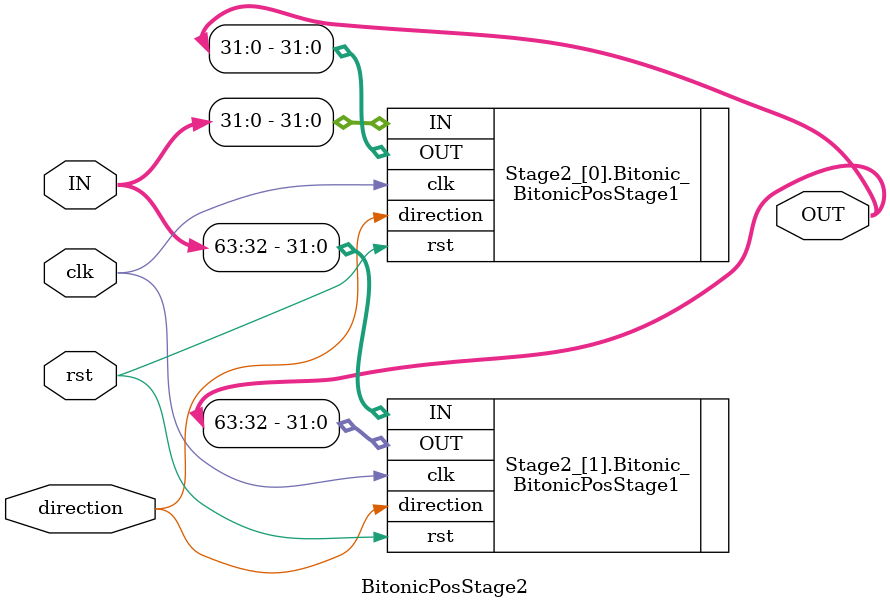
<source format=v>

module BitonicPosStage2 #( parameter W = 16)(
		//INPUT
		input clk, rst,
		input  direction,
		input  [(4*W)-1:0] IN,
		
		//OUTPUT
		output [(4*W)-1:0] OUT
	);

	genvar i;
   generate
   for(i = 0; i < 2; i = i+1)
      begin: Stage2_
			BitonicPosStage1 #(W) Bitonic_ (
				.clk(clk), .rst(rst), 
				.direction(direction),
				.IN  (IN  [2*W*i +(2*W-1):2*W*i]), 
				.OUT (OUT [2*W*i +(2*W-1):2*W*i])
			);
      end
   endgenerate

endmodule

</source>
